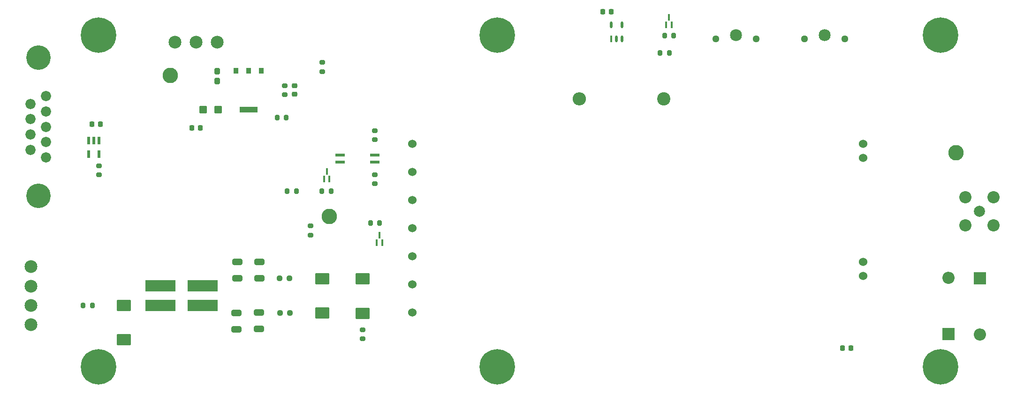
<source format=gbr>
%TF.GenerationSoftware,KiCad,Pcbnew,8.0.6*%
%TF.CreationDate,2024-12-30T11:40:10-05:00*%
%TF.ProjectId,SiPM_HV_Board,5369504d-5f48-4565-9f42-6f6172642e6b,rev?*%
%TF.SameCoordinates,Original*%
%TF.FileFunction,Soldermask,Top*%
%TF.FilePolarity,Negative*%
%FSLAX46Y46*%
G04 Gerber Fmt 4.6, Leading zero omitted, Abs format (unit mm)*
G04 Created by KiCad (PCBNEW 8.0.6) date 2024-12-30 11:40:10*
%MOMM*%
%LPD*%
G01*
G04 APERTURE LIST*
G04 Aperture macros list*
%AMRoundRect*
0 Rectangle with rounded corners*
0 $1 Rounding radius*
0 $2 $3 $4 $5 $6 $7 $8 $9 X,Y pos of 4 corners*
0 Add a 4 corners polygon primitive as box body*
4,1,4,$2,$3,$4,$5,$6,$7,$8,$9,$2,$3,0*
0 Add four circle primitives for the rounded corners*
1,1,$1+$1,$2,$3*
1,1,$1+$1,$4,$5*
1,1,$1+$1,$6,$7*
1,1,$1+$1,$8,$9*
0 Add four rect primitives between the rounded corners*
20,1,$1+$1,$2,$3,$4,$5,0*
20,1,$1+$1,$4,$5,$6,$7,0*
20,1,$1+$1,$6,$7,$8,$9,0*
20,1,$1+$1,$8,$9,$2,$3,0*%
G04 Aperture macros list end*
%ADD10C,2.006600*%
%ADD11C,2.209800*%
%ADD12RoundRect,0.200000X0.200000X0.275000X-0.200000X0.275000X-0.200000X-0.275000X0.200000X-0.275000X0*%
%ADD13C,6.400000*%
%ADD14RoundRect,0.225000X0.225000X0.250000X-0.225000X0.250000X-0.225000X-0.250000X0.225000X-0.250000X0*%
%ADD15RoundRect,0.225000X-0.225000X-0.250000X0.225000X-0.250000X0.225000X0.250000X-0.225000X0.250000X0*%
%ADD16RoundRect,0.200000X-0.275000X0.200000X-0.275000X-0.200000X0.275000X-0.200000X0.275000X0.200000X0*%
%ADD17RoundRect,0.200000X-0.200000X-0.275000X0.200000X-0.275000X0.200000X0.275000X-0.200000X0.275000X0*%
%ADD18RoundRect,0.250000X-1.025000X0.787500X-1.025000X-0.787500X1.025000X-0.787500X1.025000X0.787500X0*%
%ADD19R,2.200000X2.200000*%
%ADD20O,2.200000X2.200000*%
%ADD21RoundRect,0.200000X0.275000X-0.200000X0.275000X0.200000X-0.275000X0.200000X-0.275000X-0.200000X0*%
%ADD22C,2.800000*%
%ADD23RoundRect,0.250000X-0.650000X0.325000X-0.650000X-0.325000X0.650000X-0.325000X0.650000X0.325000X0*%
%ADD24RoundRect,0.250000X-0.275000X0.312500X-0.275000X-0.312500X0.275000X-0.312500X0.275000X0.312500X0*%
%ADD25R,0.889000X1.016000*%
%ADD26R,3.200000X1.000000*%
%ADD27C,1.295400*%
%ADD28C,2.159000*%
%ADD29C,1.524000*%
%ADD30RoundRect,0.250000X0.450000X0.425000X-0.450000X0.425000X-0.450000X-0.425000X0.450000X-0.425000X0*%
%ADD31RoundRect,0.020000X2.680000X-0.980000X2.680000X0.980000X-2.680000X0.980000X-2.680000X-0.980000X0*%
%ADD32R,5.400000X2.000000*%
%ADD33C,2.304000*%
%ADD34R,0.350800X1.161200*%
%ADD35RoundRect,0.250000X0.650000X-0.325000X0.650000X0.325000X-0.650000X0.325000X-0.650000X-0.325000X0*%
%ADD36RoundRect,0.237500X-0.250000X-0.237500X0.250000X-0.237500X0.250000X0.237500X-0.250000X0.237500X0*%
%ADD37C,1.839000*%
%ADD38C,4.420000*%
%ADD39R,0.457200X1.219200*%
%ADD40O,0.457200X1.219200*%
%ADD41C,2.400000*%
%ADD42O,2.400000X2.400000*%
%ADD43RoundRect,0.225000X-0.250000X0.225000X-0.250000X-0.225000X0.250000X-0.225000X0.250000X0.225000X0*%
%ADD44R,1.651000X0.558800*%
%ADD45R,0.558800X1.473200*%
G04 APERTURE END LIST*
D10*
%TO.C,P_Out1*%
X235363000Y-99430000D03*
D11*
X237903000Y-96890000D03*
X232823000Y-96890000D03*
X232823000Y-101970000D03*
X237903000Y-101970000D03*
%TD*%
D12*
%TO.C,R25*%
X179355000Y-70860000D03*
X177705000Y-70860000D03*
%TD*%
D13*
%TO.C,H4*%
X228320000Y-127580000D03*
%TD*%
D14*
%TO.C,C10*%
X212135000Y-124195000D03*
X210585000Y-124195000D03*
%TD*%
D15*
%TO.C,C11*%
X93166100Y-84370000D03*
X94716100Y-84370000D03*
%TD*%
D16*
%TO.C,R6*%
X123990000Y-120845000D03*
X123990000Y-122495000D03*
%TD*%
D17*
%TO.C,R1*%
X110408200Y-95823200D03*
X112058200Y-95823200D03*
%TD*%
D18*
%TO.C,C1*%
X80940000Y-116437500D03*
X80940000Y-122662500D03*
%TD*%
D19*
%TO.C,D1*%
X229775000Y-121655000D03*
D20*
X229775000Y-111495000D03*
%TD*%
D21*
%TO.C,R7*%
X126230000Y-94485000D03*
X126230000Y-92835000D03*
%TD*%
D14*
%TO.C,C16*%
X168900000Y-63420000D03*
X167350000Y-63420000D03*
%TD*%
D22*
%TO.C,V_{SET}1*%
X89250000Y-74900000D03*
%TD*%
D18*
%TO.C,C3*%
X123980000Y-111675000D03*
X123980000Y-117900000D03*
%TD*%
D13*
%TO.C,H3*%
X148320000Y-127580000D03*
%TD*%
D16*
%TO.C,R3*%
X116745000Y-72570000D03*
X116745000Y-74220000D03*
%TD*%
D23*
%TO.C,CY2*%
X105270000Y-117775000D03*
X105270000Y-120725000D03*
%TD*%
D13*
%TO.C,H2*%
X76320000Y-127580000D03*
%TD*%
D22*
%TO.C,V_{OUT_RTN}1*%
X231140000Y-88900000D03*
%TD*%
D24*
%TO.C,C14*%
X97720400Y-74129350D03*
X97720400Y-75904350D03*
%TD*%
D17*
%TO.C,R5*%
X125435000Y-101570000D03*
X127085000Y-101570000D03*
%TD*%
D25*
%TO.C,U4*%
X105746800Y-74064350D03*
X103435400Y-74064350D03*
X101124000Y-74064350D03*
D26*
X103435400Y-81056850D03*
%TD*%
D27*
%TO.C,P2*%
X187740000Y-68340000D03*
X195060000Y-68340000D03*
D28*
X191410000Y-67580000D03*
%TD*%
D29*
%TO.C,U1*%
X133020000Y-117780000D03*
X133020000Y-112700000D03*
X133020000Y-107620000D03*
X133020000Y-102540000D03*
X133020000Y-97460000D03*
X133020000Y-92380000D03*
X133020000Y-87300000D03*
X214320000Y-87300000D03*
X214320000Y-89800000D03*
X214320000Y-108600000D03*
X214320000Y-111100000D03*
%TD*%
D30*
%TO.C,C12*%
X97890000Y-81060000D03*
X95190000Y-81060000D03*
%TD*%
D31*
%TO.C,L1*%
X87540000Y-112940000D03*
X87540000Y-116440000D03*
X95160000Y-116440000D03*
D32*
X95160000Y-112940000D03*
%TD*%
D33*
%TO.C,J2*%
X64110000Y-109480000D03*
X64110000Y-112980000D03*
X64110000Y-116480000D03*
X64110000Y-119980000D03*
%TD*%
D21*
%TO.C,R11*%
X114610000Y-103750000D03*
X114610000Y-102100000D03*
%TD*%
D22*
%TO.C,V_{EN}1*%
X117980000Y-100350000D03*
%TD*%
D13*
%TO.C,H6*%
X228320000Y-67580000D03*
%TD*%
D17*
%TO.C,R2*%
X116656600Y-95823200D03*
X118306600Y-95823200D03*
%TD*%
D34*
%TO.C,M2*%
X126580000Y-105110000D03*
X127579998Y-105110000D03*
X127079999Y-103760000D03*
%TD*%
%TO.C,M3*%
X178815001Y-65750000D03*
X179814999Y-65750000D03*
X179315000Y-64400000D03*
%TD*%
D35*
%TO.C,CY3*%
X101370000Y-111590000D03*
X101370000Y-108640000D03*
%TD*%
D16*
%TO.C,R16*%
X109975400Y-76731850D03*
X109975400Y-78381850D03*
%TD*%
D13*
%TO.C,H1*%
X76320000Y-67580000D03*
%TD*%
D35*
%TO.C,CY1*%
X105350000Y-111585000D03*
X105350000Y-108635000D03*
%TD*%
D18*
%TO.C,C2*%
X116700000Y-111637500D03*
X116700000Y-117862500D03*
%TD*%
D36*
%TO.C,L2*%
X108995000Y-111590000D03*
X110820000Y-111590000D03*
%TD*%
D37*
%TO.C,J3*%
X66880000Y-89730000D03*
X66880000Y-86960000D03*
X66880000Y-84190000D03*
X66880000Y-81420000D03*
X66880000Y-78650000D03*
X64040000Y-88345000D03*
X64040000Y-85575000D03*
X64040000Y-82805000D03*
X64040000Y-80035000D03*
D38*
X65460000Y-71690000D03*
X65460000Y-96690000D03*
%TD*%
D39*
%TO.C,U5*%
X168894999Y-68340000D03*
D40*
X169845000Y-68340000D03*
X170795001Y-68340000D03*
X170795001Y-65720000D03*
X168894999Y-65720000D03*
%TD*%
D34*
%TO.C,M1*%
X117032401Y-93617200D03*
X118032399Y-93617200D03*
X117532400Y-92267200D03*
%TD*%
D12*
%TO.C,R26*%
X110235000Y-82490000D03*
X108585000Y-82490000D03*
%TD*%
D27*
%TO.C,P1*%
X203740000Y-68340000D03*
X211060000Y-68340000D03*
D28*
X207410000Y-67580000D03*
%TD*%
D14*
%TO.C,C15*%
X76702200Y-83732800D03*
X75152200Y-83732800D03*
%TD*%
D16*
%TO.C,R17*%
X76435200Y-91235000D03*
X76435200Y-92885000D03*
%TD*%
D13*
%TO.C,H5*%
X148320000Y-67580000D03*
%TD*%
D23*
%TO.C,CY4*%
X101210000Y-117805000D03*
X101210000Y-120755000D03*
%TD*%
D12*
%TO.C,R24*%
X180170000Y-67740000D03*
X178520000Y-67740000D03*
%TD*%
D41*
%TO.C,R20*%
X178340000Y-79110000D03*
D42*
X163100000Y-79110000D03*
%TD*%
D36*
%TO.C,L3*%
X109075000Y-117850000D03*
X110900000Y-117850000D03*
%TD*%
D33*
%TO.C,J1*%
X97720400Y-68895600D03*
X93910400Y-68895600D03*
X90100400Y-68895600D03*
%TD*%
D43*
%TO.C,C13*%
X111690400Y-76781850D03*
X111690400Y-78331850D03*
%TD*%
D44*
%TO.C,Q1*%
X119970800Y-89270000D03*
X119970800Y-90540000D03*
X126219200Y-90540000D03*
X126219200Y-89270000D03*
%TD*%
D45*
%TO.C,U3*%
X76420001Y-86704600D03*
X75470000Y-86704600D03*
X74519999Y-86704600D03*
X74519999Y-89092200D03*
X76420001Y-89092200D03*
%TD*%
D17*
%TO.C,F1*%
X73575000Y-116470000D03*
X75225000Y-116470000D03*
%TD*%
D16*
%TO.C,R4*%
X126238000Y-84874600D03*
X126238000Y-86524600D03*
%TD*%
D19*
%TO.C,D2*%
X235430000Y-111570000D03*
D20*
X235430000Y-121730000D03*
%TD*%
M02*

</source>
